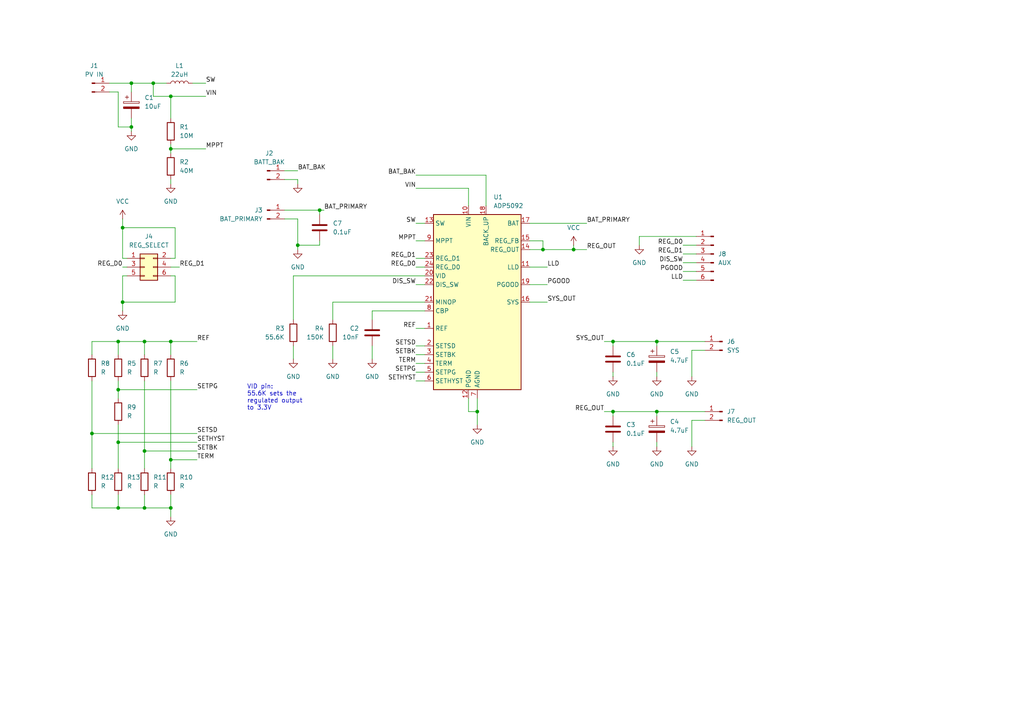
<source format=kicad_sch>
(kicad_sch (version 20250114) (generator "eeschema") (generator_version "9.0")
  (paper "A4")
  (lib_symbols
    (symbol "Battery_Management:ADP5091"
      (property "Reference" "U" (at -10.16 26.67 0))
      (property "Value" "ADP5091" (at 7.62 26.67 0))
      (symbol "ADP5091_0_1"
        (rectangle (start 12.7 25.4) (end -12.7 -25.4) (stroke (width 0.254)) (fill (type background)))
      )
      (symbol "ADP5091_1_1"
        (pin power_in line (at -15.24 22.86 0) (length 2.54) (name "SW") (number "13"))
        (pin input line (at -15.24 17.78 0) (length 2.54) (name "MPPT") (number "9"))
        (pin input line (at -15.24 12.7 0) (length 2.54) (name "REG_D1") (number "23"))
        (pin input line (at -15.24 10.16 0) (length 2.54) (name "REG_D0") (number "24"))
        (pin input line (at -15.24 7.62 0) (length 2.54) (name "VID") (number "20"))
        (pin input line (at -15.24 5.08 0) (length 2.54) (name "DIS_SW") (number "22"))
        (pin passive line (at -15.24 0 0) (length 2.54) (name "MINOP") (number "21"))
        (pin passive line (at -15.24 -2.54 0) (length 2.54) (name "CBP") (number "8"))
        (pin passive line (at -15.24 -7.62 0) (length 2.54) (name "REF") (number "1"))
        (pin passive line (at -15.24 -12.7 0) (length 2.54) (name "SETSD") (number "2"))
        (pin passive line (at -15.24 -15.24 0) (length 2.54) (name "SETBK") (number "3"))
        (pin passive line (at -15.24 -17.78 0) (length 2.54) (name "TERM") (number "4"))
        (pin passive line (at -15.24 -20.32 0) (length 2.54) (name "SETPG") (number "5"))
        (pin passive line (at -15.24 -22.86 0) (length 2.54) (name "SETHYST") (number "6"))
        (pin power_in line (at -2.54 27.94 270) (length 2.54) (name "VIN") (number "10"))
        (pin power_in line (at -2.54 -27.94 90) (length 2.54) (name "PGND") (number "12"))
        (pin passive line (at 0 -27.94 90) (length 2.54) (hide yes) (name "AGND") (number "25"))
        (pin power_in line (at 0 -27.94 90) (length 2.54) (name "AGND") (number "7"))
        (pin power_in line (at 2.54 27.94 270) (length 2.54) (name "BACK_UP") (number "18"))
        (pin power_out line (at 15.24 22.86 180) (length 2.54) (name "BAT") (number "17"))
        (pin power_out line (at 15.24 17.78 180) (length 2.54) (name "REG_FB") (number "15"))
        (pin power_out line (at 15.24 15.24 180) (length 2.54) (name "REG_OUT") (number "14"))
        (pin output line (at 15.24 10.16 180) (length 2.54) (name "LLD") (number "11"))
        (pin output line (at 15.24 5.08 180) (length 2.54) (name "PGOOD") (number "19"))
        (pin power_out line (at 15.24 0 180) (length 2.54) (name "SYS") (number "16"))
      )
    )
    (symbol "Connector:Conn_01x02_Pin" (pin_names (offset 1.016) (hide yes))
      (property "Reference" "J" (at 0 2.54 0))
      (property "Value" "Conn_01x02_Pin" (at 0 -5.08 0))
      (symbol "Conn_01x02_Pin_1_1"
        (rectangle (start 0.8636 0.127) (end 0 -0.127) (stroke (width 0.1524)) (fill (type outline)))
        (rectangle (start 0.8636 -2.413) (end 0 -2.667) (stroke (width 0.1524)) (fill (type outline)))
        (polyline (pts (xy 1.27 0) (xy 0.8636 0)) (stroke (width 0.1524)))
        (polyline (pts (xy 1.27 -2.54) (xy 0.8636 -2.54)) (stroke (width 0.1524)))
        (pin passive line (at 5.08 0 180) (length 3.81) (name "Pin_1") (number "1"))
        (pin passive line (at 5.08 -2.54 180) (length 3.81) (name "Pin_2") (number "2"))
      )
    )
    (symbol "Connector:Conn_01x06_Pin" (pin_names (offset 1.016) (hide yes))
      (property "Reference" "J" (at 0 7.62 0))
      (property "Value" "Conn_01x06_Pin" (at 0 -10.16 0))
      (symbol "Conn_01x06_Pin_1_1"
        (rectangle (start 0.8636 5.207) (end 0 4.953) (stroke (width 0.1524)) (fill (type outline)))
        (rectangle (start 0.8636 2.667) (end 0 2.413) (stroke (width 0.1524)) (fill (type outline)))
        (rectangle (start 0.8636 0.127) (end 0 -0.127) (stroke (width 0.1524)) (fill (type outline)))
        (rectangle (start 0.8636 -2.413) (end 0 -2.667) (stroke (width 0.1524)) (fill (type outline)))
        (rectangle (start 0.8636 -4.953) (end 0 -5.207) (stroke (width 0.1524)) (fill (type outline)))
        (rectangle (start 0.8636 -7.493) (end 0 -7.747) (stroke (width 0.1524)) (fill (type outline)))
        (polyline (pts (xy 1.27 5.08) (xy 0.8636 5.08)) (stroke (width 0.1524)))
        (polyline (pts (xy 1.27 2.54) (xy 0.8636 2.54)) (stroke (width 0.1524)))
        (polyline (pts (xy 1.27 0) (xy 0.8636 0)) (stroke (width 0.1524)))
        (polyline (pts (xy 1.27 -2.54) (xy 0.8636 -2.54)) (stroke (width 0.1524)))
        (polyline (pts (xy 1.27 -5.08) (xy 0.8636 -5.08)) (stroke (width 0.1524)))
        (polyline (pts (xy 1.27 -7.62) (xy 0.8636 -7.62)) (stroke (width 0.1524)))
        (pin passive line (at 5.08 5.08 180) (length 3.81) (name "Pin_1") (number "1"))
        (pin passive line (at 5.08 2.54 180) (length 3.81) (name "Pin_2") (number "2"))
        (pin passive line (at 5.08 0 180) (length 3.81) (name "Pin_3") (number "3"))
        (pin passive line (at 5.08 -2.54 180) (length 3.81) (name "Pin_4") (number "4"))
        (pin passive line (at 5.08 -5.08 180) (length 3.81) (name "Pin_5") (number "5"))
        (pin passive line (at 5.08 -7.62 180) (length 3.81) (name "Pin_6") (number "6"))
      )
    )
    (symbol "Connector_Generic:Conn_02x03_Odd_Even" (pin_names (offset 1.016) (hide yes))
      (property "Reference" "J" (at 1.27 5.08 0))
      (property "Value" "Conn_02x03_Odd_Even" (at 1.27 -5.08 0))
      (symbol "Conn_02x03_Odd_Even_1_1"
        (rectangle (start -1.27 3.81) (end 3.81 -3.81) (stroke (width 0.254)) (fill (type background)))
        (rectangle (start -1.27 2.667) (end 0 2.413) (stroke (width 0.1524)))
        (rectangle (start -1.27 0.127) (end 0 -0.127) (stroke (width 0.1524)))
        (rectangle (start -1.27 -2.413) (end 0 -2.667) (stroke (width 0.1524)))
        (rectangle (start 3.81 2.667) (end 2.54 2.413) (stroke (width 0.1524)))
        (rectangle (start 3.81 0.127) (end 2.54 -0.127) (stroke (width 0.1524)))
        (rectangle (start 3.81 -2.413) (end 2.54 -2.667) (stroke (width 0.1524)))
        (pin passive line (at -5.08 2.54 0) (length 3.81) (name "Pin_1") (number "1"))
        (pin passive line (at -5.08 0 0) (length 3.81) (name "Pin_3") (number "3"))
        (pin passive line (at -5.08 -2.54 0) (length 3.81) (name "Pin_5") (number "5"))
        (pin passive line (at 7.62 2.54 180) (length 3.81) (name "Pin_2") (number "2"))
        (pin passive line (at 7.62 0 180) (length 3.81) (name "Pin_4") (number "4"))
        (pin passive line (at 7.62 -2.54 180) (length 3.81) (name "Pin_6") (number "6"))
      )
    )
    (symbol "Device:C" (pin_numbers (hide yes)) (pin_names (offset 0.254))
      (property "Reference" "C" (at 0.635 2.54 0))
      (property "Value" "C" (at 0.635 -2.54 0))
      (symbol "C_0_1"
        (polyline (pts (xy -2.032 0.762) (xy 2.032 0.762)) (stroke (width 0.508)))
        (polyline (pts (xy -2.032 -0.762) (xy 2.032 -0.762)) (stroke (width 0.508)))
      )
      (symbol "C_1_1"
        (pin passive line (at 0 3.81 270) (length 2.794) (name "~") (number "1"))
        (pin passive line (at 0 -3.81 90) (length 2.794) (name "~") (number "2"))
      )
    )
    (symbol "Device:C_Polarized" (pin_numbers (hide yes)) (pin_names (offset 0.254))
      (property "Reference" "C" (at 0.635 2.54 0))
      (property "Value" "C_Polarized" (at 0.635 -2.54 0))
      (symbol "C_Polarized_0_1"
        (rectangle (start -2.286 0.508) (end 2.286 1.016))
        (polyline (pts (xy -1.778 2.286) (xy -0.762 2.286)))
        (polyline (pts (xy -1.27 2.794) (xy -1.27 1.778)))
        (rectangle (start 2.286 -0.508) (end -2.286 -1.016) (fill (type outline)))
      )
      (symbol "C_Polarized_1_1"
        (pin passive line (at 0 3.81 270) (length 2.794) (name "~") (number "1"))
        (pin passive line (at 0 -3.81 90) (length 2.794) (name "~") (number "2"))
      )
    )
    (symbol "Device:L" (pin_numbers (hide yes)) (pin_names (offset 1.016) (hide yes))
      (property "Reference" "L" (at -1.27 0 90))
      (property "Value" "L" (at 1.905 0 90))
      (symbol "L_0_1"
        (arc (start 0 2.54) (mid 0.6323 1.905) (end 0 1.27))
        (arc (start 0 1.27) (mid 0.6323 0.635) (end 0 0))
        (arc (start 0 0) (mid 0.6323 -0.635) (end 0 -1.27))
        (arc (start 0 -1.27) (mid 0.6323 -1.905) (end 0 -2.54))
      )
      (symbol "L_1_1"
        (pin passive line (at 0 3.81 270) (length 1.27) (name "1") (number "1"))
        (pin passive line (at 0 -3.81 90) (length 1.27) (name "2") (number "2"))
      )
    )
    (symbol "Device:R" (pin_numbers (hide yes)) (pin_names (offset 0))
      (property "Reference" "R" (at 2.032 0 90))
      (property "Value" "R" (at 0 0 90))
      (symbol "R_0_1"
        (rectangle (start -1.016 -2.54) (end 1.016 2.54) (stroke (width 0.254)))
      )
      (symbol "R_1_1"
        (pin passive line (at 0 3.81 270) (length 1.27) (name "~") (number "1"))
        (pin passive line (at 0 -3.81 90) (length 1.27) (name "~") (number "2"))
      )
    )
    (symbol "power:GND" (power) (pin_numbers (hide yes)) (pin_names (offset 0) (hide yes))
      (property "Value" "GND" (at 0 -3.81 0))
      (symbol "GND_0_1"
        (polyline (pts (xy 0 0) (xy 0 -1.27) (xy 1.27 -1.27) (xy 0 -2.54) (xy -1.27 -1.27) (xy 0 -1.27)))
      )
      (symbol "GND_1_1"
        (pin power_in line (at 0 0 270) (length 0) (name "~") (number "1"))
      )
    )
    (symbol "power:VCC" (power) (pin_numbers (hide yes)) (pin_names (offset 0) (hide yes))
      (property "Value" "VCC" (at 0 3.556 0))
      (symbol "VCC_0_1"
        (polyline (pts (xy -0.762 1.27) (xy 0 2.54)))
        (polyline (pts (xy 0 2.54) (xy 0.762 1.27)))
        (polyline (pts (xy 0 0) (xy 0 2.54)))
      )
      (symbol "VCC_1_1"
        (pin power_in line (at 0 0 90) (length 0) (name "~") (number "1"))
      )
    )
  )
  (text "VID pin:\n55.6K sets the\nregulated output\nto 3.3V" (at 71.628 115.316 0) (effects (font (size 1.27 1.27)) (justify left)))
  (junction (at 49.53 147.32))
  (junction (at 44.45 24.13))
  (junction (at 49.53 133.35))
  (junction (at 35.56 87.63))
  (junction (at 34.29 113.03))
  (junction (at 41.91 147.32))
  (junction (at 35.56 66.04))
  (junction (at 157.48 72.39))
  (junction (at 34.29 147.32))
  (junction (at 49.53 43.18))
  (junction (at 92.71 60.96))
  (junction (at 190.5 119.38))
  (junction (at 177.8 119.38))
  (junction (at 49.53 99.06))
  (junction (at 41.91 130.81))
  (junction (at 166.37 72.39))
  (junction (at 26.67 125.73))
  (junction (at 138.43 119.38))
  (junction (at 49.53 27.94))
  (junction (at 38.1 36.83))
  (junction (at 38.1 24.13))
  (junction (at 177.8 99.06))
  (junction (at 34.29 99.06))
  (junction (at 86.36 71.12))
  (junction (at 190.5 99.06))
  (junction (at 41.91 99.06))
  (junction (at 34.29 128.27))
  (wire (pts (xy 153.67 72.39) (xy 157.48 72.39)))
  (wire (pts (xy 120.65 64.77) (xy 123.19 64.77)))
  (wire (pts (xy 153.67 87.63) (xy 158.75 87.63)))
  (wire (pts (xy 34.29 147.32) (xy 26.67 147.32)))
  (wire (pts (xy 120.65 82.55) (xy 123.19 82.55)))
  (wire (pts (xy 198.12 76.2) (xy 201.93 76.2)))
  (wire (pts (xy 35.56 87.63) (xy 35.56 80.01)))
  (wire (pts (xy 38.1 24.13) (xy 44.45 24.13)))
  (wire (pts (xy 120.65 69.85) (xy 123.19 69.85)))
  (wire (pts (xy 41.91 130.81) (xy 41.91 135.89)))
  (wire (pts (xy 185.42 68.58) (xy 185.42 71.12)))
  (wire (pts (xy 49.53 133.35) (xy 57.15 133.35)))
  (wire (pts (xy 35.56 80.01) (xy 36.83 80.01)))
  (wire (pts (xy 177.8 99.06) (xy 190.5 99.06)))
  (wire (pts (xy 34.29 113.03) (xy 57.15 113.03)))
  (wire (pts (xy 49.53 43.18) (xy 49.53 44.45)))
  (wire (pts (xy 120.65 100.33) (xy 123.19 100.33)))
  (wire (pts (xy 34.29 128.27) (xy 57.15 128.27)))
  (wire (pts (xy 82.55 49.53) (xy 86.36 49.53)))
  (wire (pts (xy 204.47 121.92) (xy 200.66 121.92)))
  (wire (pts (xy 92.71 60.96) (xy 92.71 62.23)))
  (wire (pts (xy 120.65 77.47) (xy 123.19 77.47)))
  (wire (pts (xy 157.48 72.39) (xy 166.37 72.39)))
  (wire (pts (xy 92.71 71.12) (xy 92.71 69.85)))
  (wire (pts (xy 177.8 107.95) (xy 177.8 109.22)))
  (wire (pts (xy 34.29 123.19) (xy 34.29 128.27)))
  (wire (pts (xy 185.42 68.58) (xy 201.93 68.58)))
  (wire (pts (xy 26.67 143.51) (xy 26.67 147.32)))
  (wire (pts (xy 120.65 95.25) (xy 123.19 95.25)))
  (wire (pts (xy 190.5 128.27) (xy 190.5 129.54)))
  (wire (pts (xy 34.29 113.03) (xy 34.29 115.57)))
  (wire (pts (xy 49.53 143.51) (xy 49.53 147.32)))
  (wire (pts (xy 31.75 26.67) (xy 34.29 26.67)))
  (wire (pts (xy 34.29 128.27) (xy 34.29 135.89)))
  (wire (pts (xy 50.8 74.93) (xy 50.8 66.04)))
  (wire (pts (xy 49.53 110.49) (xy 49.53 133.35)))
  (wire (pts (xy 86.36 52.07) (xy 86.36 53.34)))
  (wire (pts (xy 49.53 77.47) (xy 52.07 77.47)))
  (wire (pts (xy 135.89 54.61) (xy 135.89 59.69)))
  (wire (pts (xy 153.67 77.47) (xy 158.75 77.47)))
  (wire (pts (xy 49.53 133.35) (xy 49.53 135.89)))
  (wire (pts (xy 153.67 64.77) (xy 170.18 64.77)))
  (wire (pts (xy 49.53 99.06) (xy 49.53 102.87)))
  (wire (pts (xy 49.53 52.07) (xy 49.53 53.34)))
  (wire (pts (xy 34.29 110.49) (xy 34.29 113.03)))
  (wire (pts (xy 120.65 105.41) (xy 123.19 105.41)))
  (wire (pts (xy 59.69 24.13) (xy 55.88 24.13)))
  (wire (pts (xy 120.65 107.95) (xy 123.19 107.95)))
  (wire (pts (xy 44.45 24.13) (xy 44.45 27.94)))
  (wire (pts (xy 140.97 50.8) (xy 140.97 59.69)))
  (wire (pts (xy 86.36 71.12) (xy 86.36 72.39)))
  (wire (pts (xy 41.91 130.81) (xy 57.15 130.81)))
  (wire (pts (xy 198.12 81.28) (xy 201.93 81.28)))
  (wire (pts (xy 50.8 80.01) (xy 50.8 87.63)))
  (wire (pts (xy 198.12 71.12) (xy 201.93 71.12)))
  (wire (pts (xy 34.29 36.83) (xy 38.1 36.83)))
  (wire (pts (xy 96.52 87.63) (xy 96.52 92.71)))
  (wire (pts (xy 85.09 80.01) (xy 123.19 80.01)))
  (wire (pts (xy 41.91 147.32) (xy 34.29 147.32)))
  (wire (pts (xy 177.8 119.38) (xy 177.8 120.65)))
  (wire (pts (xy 190.5 99.06) (xy 204.47 99.06)))
  (wire (pts (xy 26.67 99.06) (xy 34.29 99.06)))
  (wire (pts (xy 49.53 27.94) (xy 44.45 27.94)))
  (wire (pts (xy 49.53 99.06) (xy 57.15 99.06)))
  (wire (pts (xy 120.65 102.87) (xy 123.19 102.87)))
  (wire (pts (xy 82.55 63.5) (xy 86.36 63.5)))
  (wire (pts (xy 120.65 50.8) (xy 140.97 50.8)))
  (wire (pts (xy 120.65 54.61) (xy 135.89 54.61)))
  (wire (pts (xy 107.95 90.17) (xy 107.95 92.71)))
  (wire (pts (xy 35.56 63.5) (xy 35.56 66.04)))
  (wire (pts (xy 177.8 128.27) (xy 177.8 129.54)))
  (wire (pts (xy 41.91 99.06) (xy 49.53 99.06)))
  (wire (pts (xy 200.66 121.92) (xy 200.66 129.54)))
  (wire (pts (xy 26.67 125.73) (xy 26.67 135.89)))
  (wire (pts (xy 177.8 119.38) (xy 190.5 119.38)))
  (wire (pts (xy 120.65 110.49) (xy 123.19 110.49)))
  (wire (pts (xy 190.5 107.95) (xy 190.5 109.22)))
  (wire (pts (xy 34.29 99.06) (xy 41.91 99.06)))
  (wire (pts (xy 177.8 99.06) (xy 177.8 100.33)))
  (wire (pts (xy 38.1 36.83) (xy 38.1 38.1)))
  (wire (pts (xy 138.43 115.57) (xy 138.43 119.38)))
  (wire (pts (xy 92.71 60.96) (xy 93.98 60.96)))
  (wire (pts (xy 157.48 69.85) (xy 157.48 72.39)))
  (wire (pts (xy 96.52 100.33) (xy 96.52 104.14)))
  (wire (pts (xy 123.19 90.17) (xy 107.95 90.17)))
  (wire (pts (xy 49.53 80.01) (xy 50.8 80.01)))
  (wire (pts (xy 138.43 119.38) (xy 138.43 123.19)))
  (wire (pts (xy 50.8 87.63) (xy 35.56 87.63)))
  (wire (pts (xy 41.91 143.51) (xy 41.91 147.32)))
  (wire (pts (xy 49.53 43.18) (xy 49.53 41.91)))
  (wire (pts (xy 26.67 125.73) (xy 57.15 125.73)))
  (wire (pts (xy 190.5 120.65) (xy 190.5 119.38)))
  (wire (pts (xy 34.29 99.06) (xy 34.29 102.87)))
  (wire (pts (xy 120.65 74.93) (xy 123.19 74.93)))
  (wire (pts (xy 38.1 26.67) (xy 38.1 24.13)))
  (wire (pts (xy 175.26 99.06) (xy 177.8 99.06)))
  (wire (pts (xy 85.09 80.01) (xy 85.09 92.71)))
  (wire (pts (xy 38.1 36.83) (xy 38.1 34.29)))
  (wire (pts (xy 166.37 72.39) (xy 170.18 72.39)))
  (wire (pts (xy 86.36 63.5) (xy 86.36 71.12)))
  (wire (pts (xy 44.45 24.13) (xy 48.26 24.13)))
  (wire (pts (xy 166.37 71.12) (xy 166.37 72.39)))
  (wire (pts (xy 190.5 99.06) (xy 190.5 100.33)))
  (wire (pts (xy 198.12 73.66) (xy 201.93 73.66)))
  (wire (pts (xy 49.53 147.32) (xy 41.91 147.32)))
  (wire (pts (xy 41.91 110.49) (xy 41.91 130.81)))
  (wire (pts (xy 85.09 100.33) (xy 85.09 104.14)))
  (wire (pts (xy 153.67 82.55) (xy 158.75 82.55)))
  (wire (pts (xy 198.12 78.74) (xy 201.93 78.74)))
  (wire (pts (xy 34.29 26.67) (xy 34.29 36.83)))
  (wire (pts (xy 49.53 43.18) (xy 59.69 43.18)))
  (wire (pts (xy 153.67 69.85) (xy 157.48 69.85)))
  (wire (pts (xy 41.91 99.06) (xy 41.91 102.87)))
  (wire (pts (xy 200.66 101.6) (xy 204.47 101.6)))
  (wire (pts (xy 49.53 147.32) (xy 49.53 149.86)))
  (wire (pts (xy 35.56 87.63) (xy 35.56 90.17)))
  (wire (pts (xy 82.55 52.07) (xy 86.36 52.07)))
  (wire (pts (xy 86.36 71.12) (xy 92.71 71.12)))
  (wire (pts (xy 26.67 110.49) (xy 26.67 125.73)))
  (wire (pts (xy 35.56 74.93) (xy 36.83 74.93)))
  (wire (pts (xy 38.1 24.13) (xy 31.75 24.13)))
  (wire (pts (xy 82.55 60.96) (xy 92.71 60.96)))
  (wire (pts (xy 26.67 99.06) (xy 26.67 102.87)))
  (wire (pts (xy 135.89 119.38) (xy 138.43 119.38)))
  (wire (pts (xy 175.26 119.38) (xy 177.8 119.38)))
  (wire (pts (xy 35.56 66.04) (xy 50.8 66.04)))
  (wire (pts (xy 190.5 119.38) (xy 204.47 119.38)))
  (wire (pts (xy 49.53 27.94) (xy 59.69 27.94)))
  (wire (pts (xy 50.8 74.93) (xy 49.53 74.93)))
  (wire (pts (xy 35.56 66.04) (xy 35.56 74.93)))
  (wire (pts (xy 200.66 109.22) (xy 200.66 101.6)))
  (wire (pts (xy 135.89 115.57) (xy 135.89 119.38)))
  (wire (pts (xy 49.53 34.29) (xy 49.53 27.94)))
  (wire (pts (xy 107.95 100.33) (xy 107.95 104.14)))
  (wire (pts (xy 34.29 143.51) (xy 34.29 147.32)))
  (wire (pts (xy 123.19 87.63) (xy 96.52 87.63)))
  (wire (pts (xy 35.56 77.47) (xy 36.83 77.47)))
  (label "VIN" (at 120.65 54.61 180))
  (label "DIS_SW" (at 198.12 76.2 180))
  (label "MPPT" (at 59.69 43.18 0))
  (label "SETBK" (at 57.15 130.81 0))
  (label "BAT_BAK" (at 120.65 50.8 180))
  (label "SW" (at 59.69 24.13 0))
  (label "TERM" (at 120.65 105.41 180))
  (label "REG_OUT" (at 170.18 72.39 0))
  (label "REG_D0" (at 120.65 77.47 180))
  (label "SETHYST" (at 120.65 110.49 180))
  (label "PGOOD" (at 158.75 82.55 0))
  (label "TERM" (at 57.15 133.35 0))
  (label "DIS_SW" (at 120.65 82.55 180))
  (label "LLD" (at 158.75 77.47 0))
  (label "REF" (at 57.15 99.06 0))
  (label "SETHYST" (at 57.15 128.27 0))
  (label "REG_OUT" (at 175.26 119.38 180))
  (label "REG_D0" (at 198.12 71.12 180))
  (label "REG_D0" (at 35.56 77.47 180))
  (label "REF" (at 120.65 95.25 180))
  (label "REG_D1" (at 120.65 74.93 180))
  (label "VIN" (at 59.69 27.94 0))
  (label "BAT_PRIMARY" (at 170.18 64.77 0))
  (label "SETSD" (at 57.15 125.73 0))
  (label "BAT_BAK" (at 86.36 49.53 0))
  (label "REG_D1" (at 52.07 77.47 0))
  (label "BAT_PRIMARY" (at 93.98 60.96 0))
  (label "REG_D1" (at 198.12 73.66 180))
  (label "LLD" (at 198.12 81.28 180))
  (label "SYS_OUT" (at 175.26 99.06 180))
  (label "SETBK" (at 120.65 102.87 180))
  (label "SETPG" (at 120.65 107.95 180))
  (label "SW" (at 120.65 64.77 180))
  (label "SETPG" (at 57.15 113.03 0))
  (label "SETSD" (at 120.65 100.33 180))
  (label "SYS_OUT" (at 158.75 87.63 0))
  (label "PGOOD" (at 198.12 78.74 180))
  (label "MPPT" (at 120.65 69.85 180))
  (symbol (lib_id "power:GND") (at 86.36 72.39 0) (mirror y) (unit 1)
    (property "Reference" "#PWR011" (effects (hide yes)))
    (property "Value" "GND" (at 86.36 77.47 0))
    (property "Description" "Power symbol creates a global label with name \"GND\" , ground" (effects (hide yes)))
  )
  (symbol (lib_id "Device:R") (at 96.52 96.52 0) (mirror y) (unit 1)
    (property "Reference" "R4" (at 93.98 95.2499 0) (effects (justify left)))
    (property "Value" "150K" (at 93.98 97.7899 0) (effects (justify left)))
    (property "Footprint" "Resistor_SMD:R_0805_2012Metric" (effects (hide yes)))
    (property "Description" "Resistor" (effects (hide yes)))
  )
  (symbol (lib_id "power:GND") (at 138.43 123.19 0) (unit 1)
    (property "Reference" "#PWR010" (effects (hide yes)))
    (property "Value" "GND" (at 138.43 128.27 0))
    (property "Description" "Power symbol creates a global label with name \"GND\" , ground" (effects (hide yes)))
  )
  (symbol (lib_id "Device:C_Polarized") (at 38.1 30.48 0) (unit 1)
    (property "Reference" "C1" (at 41.91 28.3209 0) (effects (justify left)))
    (property "Value" "10uF" (at 41.91 30.8609 0) (effects (justify left)))
    (property "Footprint" "Capacitor_SMD:C_0805_2012Metric" (effects (hide yes)))
    (property "Description" "Polarized capacitor" (effects (hide yes)))
  )
  (symbol (lib_id "power:GND") (at 38.1 38.1 0) (unit 1)
    (property "Reference" "#PWR01" (effects (hide yes)))
    (property "Value" "GND" (at 38.1 43.18 0))
    (property "Description" "Power symbol creates a global label with name \"GND\" , ground" (effects (hide yes)))
  )
  (symbol (lib_id "Device:C") (at 177.8 104.14 0) (unit 1)
    (property "Reference" "C6" (at 181.61 102.8699 0) (effects (justify left)))
    (property "Value" "0.1uF" (at 181.61 105.4099 0) (effects (justify left)))
    (property "Footprint" "Capacitor_SMD:C_0805_2012Metric" (effects (hide yes)))
    (property "Description" "Unpolarized capacitor" (effects (hide yes)))
  )
  (symbol (lib_id "Device:R") (at 49.53 106.68 0) (unit 1)
    (property "Reference" "R6" (at 52.07 105.4099 0) (effects (justify left)))
    (property "Value" "R" (at 52.07 107.9499 0) (effects (justify left)))
    (property "Footprint" "Resistor_SMD:R_0805_2012Metric" (effects (hide yes)))
    (property "Description" "Resistor" (effects (hide yes)))
  )
  (symbol (lib_id "power:GND") (at 190.5 129.54 0) (unit 1)
    (property "Reference" "#PWR09" (effects (hide yes)))
    (property "Value" "GND" (at 190.5 134.62 0))
    (property "Description" "Power symbol creates a global label with name \"GND\" , ground" (effects (hide yes)))
  )
  (symbol (lib_id "Device:R") (at 41.91 139.7 0) (unit 1)
    (property "Reference" "R11" (at 44.45 138.4299 0) (effects (justify left)))
    (property "Value" "R" (at 44.45 140.9699 0) (effects (justify left)))
    (property "Footprint" "Resistor_SMD:R_0805_2012Metric" (effects (hide yes)))
    (property "Description" "Resistor" (effects (hide yes)))
  )
  (symbol (lib_id "power:GND") (at 49.53 149.86 0) (unit 1)
    (property "Reference" "#PWR7" (effects (hide yes)))
    (property "Value" "GND" (at 49.53 154.94 0))
    (property "Description" "Power symbol creates a global label with name \"GND\" , ground" (effects (hide yes)))
  )
  (symbol (lib_id "power:VCC") (at 166.37 71.12 0) (unit 1)
    (property "Reference" "#PWR013" (effects (hide yes)))
    (property "Value" "VCC" (at 166.37 66.04 0))
    (property "Description" "Power symbol creates a global label with name \"VCC\"" (effects (hide yes)))
  )
  (symbol (lib_id "Device:R") (at 49.53 139.7 0) (unit 1)
    (property "Reference" "R10" (at 52.07 138.4299 0) (effects (justify left)))
    (property "Value" "R" (at 52.07 140.9699 0) (effects (justify left)))
    (property "Footprint" "Resistor_SMD:R_0805_2012Metric" (effects (hide yes)))
    (property "Description" "Resistor" (effects (hide yes)))
  )
  (symbol (lib_id "power:GND") (at 35.56 90.17 0) (unit 1)
    (property "Reference" "#PWR012" (effects (hide yes)))
    (property "Value" "GND" (at 35.56 95.25 0))
    (property "Description" "Power symbol creates a global label with name \"GND\" , ground" (effects (hide yes)))
  )
  (symbol (lib_id "Device:C_Polarized") (at 190.5 104.14 0) (unit 1)
    (property "Reference" "C5" (at 194.31 101.9809 0) (effects (justify left)))
    (property "Value" "4.7uF" (at 194.31 104.5209 0) (effects (justify left)))
    (property "Footprint" "Capacitor_SMD:C_0805_2012Metric" (effects (hide yes)))
    (property "Description" "Polarized capacitor" (effects (hide yes)))
  )
  (symbol (lib_id "Device:C") (at 92.71 66.04 0) (unit 1)
    (property "Reference" "C7" (at 96.52 64.7699 0) (effects (justify left)))
    (property "Value" "0.1uF" (at 96.52 67.3099 0) (effects (justify left)))
    (property "Footprint" "Capacitor_SMD:C_0805_2012Metric" (effects (hide yes)))
    (property "Description" "Unpolarized capacitor" (effects (hide yes)))
  )
  (symbol (lib_id "power:GND") (at 190.5 109.22 0) (unit 1)
    (property "Reference" "#PWR018" (effects (hide yes)))
    (property "Value" "GND" (at 190.5 114.3 0))
    (property "Description" "Power symbol creates a global label with name \"GND\" , ground" (effects (hide yes)))
  )
  (symbol (lib_id "power:GND") (at 86.36 53.34 0) (unit 1)
    (property "Reference" "#PWR4" (effects (hide yes)))
    (property "Value" "GND" (effects (hide yes)))
    (property "Description" "Power symbol creates a global label with name \"GND\" , ground" (effects (hide yes)))
  )
  (symbol (lib_id "Device:C") (at 177.8 124.46 0) (unit 1)
    (property "Reference" "C3" (at 181.61 123.1899 0) (effects (justify left)))
    (property "Value" "0.1uF" (at 181.61 125.7299 0) (effects (justify left)))
    (property "Footprint" "Capacitor_SMD:C_0805_2012Metric" (effects (hide yes)))
    (property "Description" "Unpolarized capacitor" (effects (hide yes)))
  )
  (symbol (lib_id "power:VCC") (at 35.56 63.5 0) (unit 1)
    (property "Reference" "#PWR014" (effects (hide yes)))
    (property "Value" "VCC" (at 35.56 58.42 0))
    (property "Description" "Power symbol creates a global label with name \"VCC\"" (effects (hide yes)))
  )
  (symbol (lib_id "Device:R") (at 41.91 106.68 0) (unit 1)
    (property "Reference" "R7" (at 44.45 105.4099 0) (effects (justify left)))
    (property "Value" "R" (at 44.45 107.9499 0) (effects (justify left)))
    (property "Footprint" "Resistor_SMD:R_0805_2012Metric" (effects (hide yes)))
    (property "Description" "Resistor" (effects (hide yes)))
  )
  (symbol (lib_id "Device:R") (at 26.67 106.68 0) (unit 1)
    (property "Reference" "R8" (at 29.21 105.4099 0) (effects (justify left)))
    (property "Value" "R" (at 29.21 107.9499 0) (effects (justify left)))
    (property "Footprint" "Resistor_SMD:R_0805_2012Metric" (effects (hide yes)))
    (property "Description" "Resistor" (effects (hide yes)))
  )
  (symbol (lib_id "Device:C") (at 107.95 96.52 0) (mirror y) (unit 1)
    (property "Reference" "C2" (at 104.14 95.2499 0) (effects (justify left)))
    (property "Value" "10nF" (at 104.14 97.7899 0) (effects (justify left)))
    (property "Footprint" "Capacitor_SMD:C_0805_2012Metric" (effects (hide yes)))
    (property "Description" "Unpolarized capacitor" (effects (hide yes)))
  )
  (symbol (lib_id "power:GND") (at 200.66 129.54 0) (unit 1)
    (property "Reference" "#PWR017" (effects (hide yes)))
    (property "Value" "GND" (at 200.66 134.62 0))
    (property "Description" "Power symbol creates a global label with name \"GND\" , ground" (effects (hide yes)))
  )
  (symbol (lib_id "power:GND") (at 107.95 104.14 0) (unit 1)
    (property "Reference" "#PWR3" (effects (hide yes)))
    (property "Value" "GND" (at 107.95 109.22 0))
    (property "Description" "Power symbol creates a global label with name \"GND\" , ground" (effects (hide yes)))
  )
  (symbol (lib_id "Connector:Conn_01x02_Pin") (at 77.47 49.53 0) (unit 1)
    (property "Reference" "J2" (at 78.105 44.45 0))
    (property "Value" "BATT_BAK" (at 78.105 46.99 0))
    (property "Footprint" "Connector_JST:JST_PH_B2B-PH-K_1x02_P2.00mm_Vertical" (effects (hide yes)))
    (property "Description" "Generic connector, single row, 01x02, script generated" (effects (hide yes)))
  )
  (symbol (lib_id "power:GND") (at 185.42 71.12 0) (unit 1)
    (property "Reference" "#PWR015" (effects (hide yes)))
    (property "Value" "GND" (at 185.42 76.2 0))
    (property "Description" "Power symbol creates a global label with name \"GND\" , ground" (effects (hide yes)))
  )
  (symbol (lib_id "Device:R") (at 49.53 48.26 0) (unit 1)
    (property "Reference" "R2" (at 52.07 46.9899 0) (effects (justify left)))
    (property "Value" "40M" (at 52.07 49.5299 0) (effects (justify left)))
    (property "Footprint" "Resistor_SMD:R_0805_2012Metric" (effects (hide yes)))
    (property "Description" "Resistor" (effects (hide yes)))
  )
  (symbol (lib_id "Connector:Conn_01x02_Pin") (at 209.55 119.38 0) (mirror y) (unit 1)
    (property "Reference" "J7" (at 210.82 119.3799 0) (effects (justify right)))
    (property "Value" "REG_OUT" (at 210.82 121.9199 0) (effects (justify right)))
    (property "Footprint" "Connector_JST:JST_PH_B2B-PH-K_1x02_P2.00mm_Vertical" (effects (hide yes)))
    (property "Description" "Generic connector, single row, 01x02, script generated" (effects (hide yes)))
  )
  (symbol (lib_id "Device:R") (at 26.67 139.7 0) (unit 1)
    (property "Reference" "R12" (at 29.21 138.4299 0) (effects (justify left)))
    (property "Value" "R" (at 29.21 140.9699 0) (effects (justify left)))
    (property "Footprint" "Resistor_SMD:R_0805_2012Metric" (effects (hide yes)))
    (property "Description" "Resistor" (effects (hide yes)))
  )
  (symbol (lib_id "Connector:Conn_01x02_Pin") (at 77.47 60.96 0) (unit 1)
    (property "Reference" "J3" (at 76.2 60.9599 0) (effects (justify right)))
    (property "Value" "BAT_PRIMARY" (at 76.2 63.4999 0) (effects (justify right)))
    (property "Footprint" "Connector_JST:JST_PH_B2B-PH-K_1x02_P2.00mm_Vertical" (effects (hide yes)))
    (property "Description" "Generic connector, single row, 01x02, script generated" (effects (hide yes)))
  )
  (symbol (lib_id "Device:R") (at 34.29 139.7 0) (unit 1)
    (property "Reference" "R13" (at 36.83 138.4299 0) (effects (justify left)))
    (property "Value" "R" (at 36.83 140.9699 0) (effects (justify left)))
    (property "Footprint" "Resistor_SMD:R_0805_2012Metric" (effects (hide yes)))
    (property "Description" "Resistor" (effects (hide yes)))
  )
  (symbol (lib_id "Device:R") (at 49.53 38.1 0) (unit 1)
    (property "Reference" "R1" (at 52.07 36.8299 0) (effects (justify left)))
    (property "Value" "10M" (at 52.07 39.3699 0) (effects (justify left)))
    (property "Footprint" "Resistor_SMD:R_0805_2012Metric" (effects (hide yes)))
    (property "Description" "Resistor" (effects (hide yes)))
  )
  (symbol (lib_id "Device:R") (at 34.29 106.68 0) (unit 1)
    (property "Reference" "R5" (at 36.83 105.4099 0) (effects (justify left)))
    (property "Value" "R" (at 36.83 107.9499 0) (effects (justify left)))
    (property "Footprint" "Resistor_SMD:R_0805_2012Metric" (effects (hide yes)))
    (property "Description" "Resistor" (effects (hide yes)))
  )
  (symbol (lib_id "Device:C_Polarized") (at 190.5 124.46 0) (unit 1)
    (property "Reference" "C4" (at 194.31 122.3009 0) (effects (justify left)))
    (property "Value" "4.7uF" (at 194.31 124.8409 0) (effects (justify left)))
    (property "Footprint" "Capacitor_SMD:C_0805_2012Metric" (effects (hide yes)))
    (property "Description" "Polarized capacitor" (effects (hide yes)))
  )
  (symbol (lib_id "power:GND") (at 96.52 104.14 0) (unit 1)
    (property "Reference" "#PWR6" (effects (hide yes)))
    (property "Value" "GND" (at 96.52 109.22 0))
    (property "Description" "Power symbol creates a global label with name \"GND\" , ground" (effects (hide yes)))
  )
  (symbol (lib_id "Device:R") (at 85.09 96.52 0) (mirror y) (unit 1)
    (property "Reference" "R3" (at 82.55 95.2499 0) (effects (justify left)))
    (property "Value" "55.6K" (at 82.55 97.7899 0) (effects (justify left)))
    (property "Footprint" "Resistor_SMD:R_0805_2012Metric" (effects (hide yes)))
    (property "Description" "Resistor" (effects (hide yes)))
  )
  (symbol (lib_id "power:GND") (at 177.8 109.22 0) (unit 1)
    (property "Reference" "#PWR019" (effects (hide yes)))
    (property "Value" "GND" (at 177.8 114.3 0))
    (property "Description" "Power symbol creates a global label with name \"GND\" , ground" (effects (hide yes)))
  )
  (symbol (lib_id "Device:R") (at 34.29 119.38 0) (unit 1)
    (property "Reference" "R9" (at 36.83 118.1099 0) (effects (justify left)))
    (property "Value" "R" (at 36.83 120.6499 0) (effects (justify left)))
    (property "Footprint" "Resistor_SMD:R_0805_2012Metric" (effects (hide yes)))
    (property "Description" "Resistor" (effects (hide yes)))
  )
  (symbol (lib_id "Battery_Management:ADP5091") (at 138.43 87.63 0) (unit 1)
    (property "Reference" "U1" (at 143.1133 57.15 0) (effects (justify left)))
    (property "Value" "ADP5092" (at 143.1133 59.69 0) (effects (justify left)))
    (property "Footprint" "Package_CSP:LFCSP-24-1EP_4x4mm_P0.5mm_EP2.3x2.3mm" (effects (hide yes)))
    (property "Datasheet" "https://www.analog.com/media/en/technical-documentation/data-sheets/ADP5091-5092.pdf" (effects (hide yes)))
    (property "Description" "Ultralow Power Energy Harvester PMUs with MPPT and Charge Management, LFCSP-24" (effects (hide yes)))
  )
  (symbol (lib_id "power:GND") (at 85.09 104.14 0) (unit 1)
    (property "Reference" "#PWR5" (effects (hide yes)))
    (property "Value" "GND" (at 85.09 109.22 0))
    (property "Description" "Power symbol creates a global label with name \"GND\" , ground" (effects (hide yes)))
  )
  (symbol (lib_id "Connector:Conn_01x02_Pin") (at 209.55 99.06 0) (mirror y) (unit 1)
    (property "Reference" "J6" (at 210.82 99.0599 0) (effects (justify right)))
    (property "Value" "SYS" (at 210.82 101.5999 0) (effects (justify right)))
    (property "Footprint" "Connector_JST:JST_PH_B2B-PH-K_1x02_P2.00mm_Vertical" (effects (hide yes)))
    (property "Description" "Generic connector, single row, 01x02, script generated" (effects (hide yes)))
  )
  (symbol (lib_id "Device:L") (at 52.07 24.13 90) (unit 1)
    (property "Reference" "L1" (at 52.07 19.05 90))
    (property "Value" "22uH" (at 52.07 21.59 90))
    (property "Footprint" "WE-TPC_4818:WE-TPC_4818" (effects (hide yes)))
    (property "Description" "Inductor" (effects (hide yes)))
  )
  (symbol (lib_id "power:GND") (at 177.8 129.54 0) (unit 1)
    (property "Reference" "#PWR08" (effects (hide yes)))
    (property "Value" "GND" (at 177.8 134.62 0))
    (property "Description" "Power symbol creates a global label with name \"GND\" , ground" (effects (hide yes)))
  )
  (symbol (lib_id "Connector:Conn_01x06_Pin") (at 207.01 73.66 0) (mirror y) (unit 1)
    (property "Reference" "J8" (at 208.28 73.6599 0) (effects (justify right)))
    (property "Value" "AUX" (at 208.28 76.1999 0) (effects (justify right)))
    (property "Footprint" "Connector_PinHeader_2.54mm:PinHeader_1x06_P2.54mm_Vertical" (effects (hide yes)))
    (property "Description" "Generic connector, single row, 01x06, script generated" (effects (hide yes)))
  )
  (symbol (lib_id "Connector:Conn_01x02_Pin") (at 26.67 24.13 0) (unit 1)
    (property "Reference" "J1" (at 27.305 19.05 0))
    (property "Value" "PV IN" (at 27.305 21.59 0))
    (property "Footprint" "Connector_JST:JST_PH_B2B-PH-K_1x02_P2.00mm_Vertical" (effects (hide yes)))
    (property "Description" "Generic connector, single row, 01x02, script generated" (effects (hide yes)))
  )
  (symbol (lib_id "power:GND") (at 49.53 53.34 0) (unit 1)
    (property "Reference" "#PWR02" (effects (hide yes)))
    (property "Value" "GND" (at 49.53 58.42 0))
    (property "Description" "Power symbol creates a global label with name \"GND\" , ground" (effects (hide yes)))
  )
  (symbol (lib_id "power:GND") (at 200.66 109.22 0) (unit 1)
    (property "Reference" "#PWR016" (effects (hide yes)))
    (property "Value" "GND" (at 200.66 114.3 0))
    (property "Description" "Power symbol creates a global label with name \"GND\" , ground" (effects (hide yes)))
  )
  (symbol (lib_id "Connector_Generic:Conn_02x03_Odd_Even") (at 41.91 77.47 0) (unit 1)
    (property "Reference" "J4" (at 43.18 68.58 0))
    (property "Value" "REG_SELECT" (at 43.18 71.12 0))
    (property "Footprint" "Connector_PinHeader_2.54mm:PinHeader_2x03_P2.54mm_Vertical" (effects (hide yes)))
    (property "Description" "Generic connector, double row, 02x03, odd/even pin numbering scheme (row 1 odd numbers, row 2 even numbers), script generated (kicad-library-utils/schlib/autogen/connector/)" (effects (hide yes)))
  )
)
</source>
